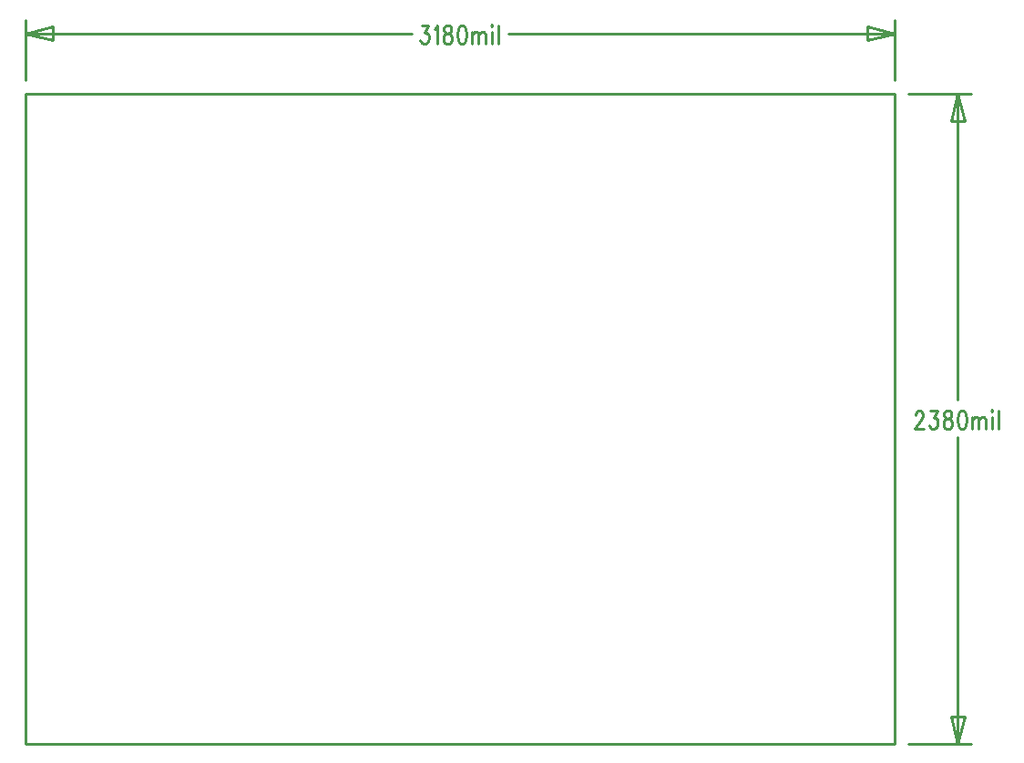
<source format=gbr>
*
*
G04 PADS 9.5 Build Number: 522968 generated Gerber (RS-274-X) file*
G04 PC Version=2.1*
*
%IN "ETH01.pcb"*%
*
%MOIN*%
*
%FSLAX35Y35*%
*
*
*
*
G04 PC Standard Apertures*
*
*
G04 Thermal Relief Aperture macro.*
%AMTER*
1,1,$1,0,0*
1,0,$1-$2,0,0*
21,0,$3,$4,0,0,45*
21,0,$3,$4,0,0,135*
%
*
*
G04 Annular Aperture macro.*
%AMANN*
1,1,$1,0,0*
1,0,$2,0,0*
%
*
*
G04 Odd Aperture macro.*
%AMODD*
1,1,$1,0,0*
1,0,$1-0.005,0,0*
%
*
*
G04 PC Custom Aperture Macros*
*
*
*
*
*
*
G04 PC Aperture Table*
*
%ADD024C,0.001*%
%ADD025C,0.01*%
*
*
*
*
G04 PC Circuitry*
G04 Layer Name ETH01.pcb - circuitry*
%LPD*%
*
*
G04 PC Custom Flashes*
G04 Layer Name ETH01.pcb - flashes*
%LPD*%
*
*
G04 PC Circuitry*
G04 Layer Name ETH01.pcb - circuitry*
%LPD*%
*
G54D24*
G01X121000Y359000D02*
X121003D01*
X439000D02*
X439003D01*
X439000Y121000D02*
X439003D01*
X439000Y359000D02*
X439003D01*
G54D25*
X121000Y121000D02*
X439000D01*
Y359000*
X121000*
Y121000*
Y381000D02*
X262341D01*
X121000D02*
X131000Y383500D01*
Y378500*
X121000Y381000*
X439000D02*
X297659D01*
X439000D02*
X429000Y378500D01*
Y383500*
X439000Y381000*
X121000Y364000D02*
Y386000D01*
X439000Y364000D02*
Y386000D01*
X265795Y383813D02*
X268295D01*
X268295D02*
X266932Y381313D01*
X266932D02*
X267614D01*
X267614D02*
X268068Y381000D01*
X268295Y380688*
X268295D02*
X268523Y379750D01*
Y379125*
X268295Y378188*
X268295D02*
X267841Y377563D01*
X267841D02*
X267159Y377250D01*
X266477*
X265795Y377563*
X265795D02*
X265568Y377875D01*
X265341Y378500*
X270568Y382563D02*
X271023Y382875D01*
X271705Y383813*
X271705D02*
Y377250D01*
X274886Y383813D02*
X274205Y383500D01*
X273977Y382875*
Y382250*
X274205Y381625*
X274659Y381313*
X274659D02*
X275568Y381000D01*
X276250Y380688*
X276250D02*
X276705Y380063D01*
X276705D02*
X276932Y379438D01*
X276932D02*
Y378500D01*
X276705Y377875*
X276477Y377563*
X276477D02*
X275795Y377250D01*
X274886*
X274205Y377563*
X274205D02*
X273977Y377875D01*
X273750Y378500*
Y379438*
X273750D02*
X273977Y380063D01*
X273977D02*
X274432Y380688D01*
X274432D02*
X275114Y381000D01*
X276023Y381313*
X276023D02*
X276477Y381625D01*
X276705Y382250*
Y382875*
X276477Y383500*
X275795Y383813*
X275795D02*
X274886D01*
X280341D02*
X279659Y383500D01*
X279205Y382563*
X279205D02*
X278977Y381000D01*
Y380063*
X278977D02*
X279205Y378500D01*
X279659Y377563*
X279659D02*
X280341Y377250D01*
X280795*
X281477Y377563*
X281477D02*
X281932Y378500D01*
X282159Y380063*
X282159D02*
Y381000D01*
X281932Y382563*
X281932D02*
X281477Y383500D01*
X280795Y383813*
X280795D02*
X280341D01*
X284205Y381625D02*
Y377250D01*
Y380375D02*
X284886Y381313D01*
X284886D02*
X285341Y381625D01*
X286023*
X286477Y381313*
X286477D02*
X286705Y380375D01*
Y377250*
Y380375D02*
X287386Y381313D01*
X287386D02*
X287841Y381625D01*
X288523*
X288977Y381313*
X288977D02*
X289205Y380375D01*
Y377250*
X291250Y383813D02*
X291477Y383500D01*
X291705Y383813*
X291705D02*
X291477Y384125D01*
X291250Y383813*
X291477Y381625D02*
Y377250D01*
X293750Y383813D02*
Y377250D01*
X462000Y121000D02*
Y233250D01*
Y121000D02*
X459500Y131000D01*
X464500*
X462000Y121000*
Y359000D02*
Y246750D01*
Y359000D02*
X464500Y349000D01*
X459500*
X462000Y359000*
X444000Y121000D02*
X467000D01*
X444000Y359000D02*
X467000D01*
X446545Y241250D02*
Y241563D01*
X446545D02*
X446773Y242188D01*
X446773D02*
X447000Y242500D01*
X447455Y242813*
X447455D02*
X448364D01*
X448364D02*
X448818Y242500D01*
X449045Y242188*
X449045D02*
X449273Y241563D01*
X449273D02*
Y240938D01*
X449273D02*
X449045Y240313D01*
X449045D02*
X448591Y239375D01*
X446318Y236250*
X449500*
X452000Y242813D02*
X454500D01*
X454500D02*
X453136Y240313D01*
X453136D02*
X453818D01*
X453818D02*
X454273Y240000D01*
X454500Y239688*
X454500D02*
X454727Y238750D01*
Y238125*
X454500Y237188*
X454500D02*
X454045Y236563D01*
X454045D02*
X453364Y236250D01*
X452682*
X452000Y236563*
X452000D02*
X451773Y236875D01*
X451545Y237500*
X457909Y242813D02*
X457227Y242500D01*
X457000Y241875*
Y241250*
X457227Y240625*
X457682Y240313*
X457682D02*
X458591Y240000D01*
X459273Y239688*
X459273D02*
X459727Y239063D01*
X459727D02*
X459955Y238438D01*
X459955D02*
Y237500D01*
X459727Y236875*
X459500Y236563*
X459500D02*
X458818Y236250D01*
X457909*
X457227Y236563*
X457227D02*
X457000Y236875D01*
X456773Y237500*
Y238438*
X456773D02*
X457000Y239063D01*
X457000D02*
X457455Y239688D01*
X457455D02*
X458136Y240000D01*
X459045Y240313*
X459045D02*
X459500Y240625D01*
X459727Y241250*
Y241875*
X459500Y242500*
X458818Y242813*
X458818D02*
X457909D01*
X463364D02*
X462682Y242500D01*
X462227Y241563*
X462227D02*
X462000Y240000D01*
Y239063*
X462000D02*
X462227Y237500D01*
X462682Y236563*
X462682D02*
X463364Y236250D01*
X463818*
X464500Y236563*
X464500D02*
X464955Y237500D01*
X465182Y239063*
X465182D02*
Y240000D01*
X464955Y241563*
X464955D02*
X464500Y242500D01*
X463818Y242813*
X463818D02*
X463364D01*
X467227Y240625D02*
Y236250D01*
Y239375D02*
X467909Y240313D01*
X467909D02*
X468364Y240625D01*
X469045*
X469500Y240313*
X469500D02*
X469727Y239375D01*
Y236250*
Y239375D02*
X470409Y240313D01*
X470409D02*
X470864Y240625D01*
X471545*
X472000Y240313*
X472000D02*
X472227Y239375D01*
Y236250*
X474273Y242813D02*
X474500Y242500D01*
X474727Y242813*
X474727D02*
X474500Y243125D01*
X474273Y242813*
X474500Y240625D02*
Y236250D01*
X476773Y242813D02*
Y236250D01*
X0Y0D02*
M02*

</source>
